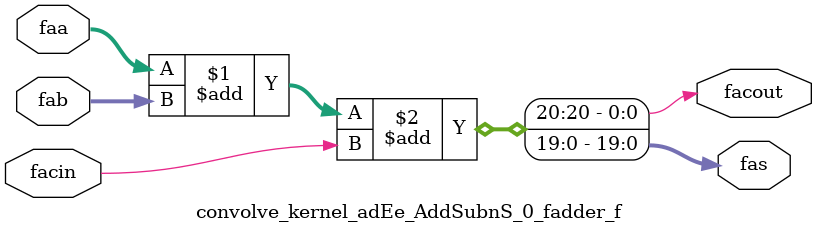
<source format=v>
module convolve_kernel_adEe_AddSubnS_0_fadder_f 
#(parameter
    N = 20
)(
    input  [N-1 : 0]  faa,
    input  [N-1 : 0]  fab,
    input  wire  facin,
    output [N-1 : 0]  fas,
    output wire  facout
);
assign {facout, fas} = faa + fab + facin;
endmodule
</source>
